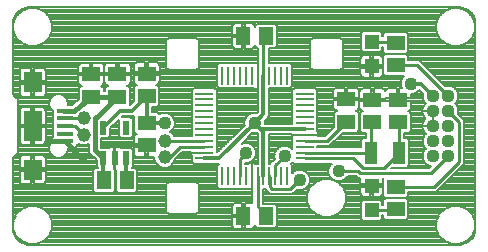
<source format=gtl>
G75*
%MOIN*%
%OFA0B0*%
%FSLAX25Y25*%
%IPPOS*%
%LPD*%
%AMOC8*
5,1,8,0,0,1.08239X$1,22.5*
%
%ADD10R,0.05906X0.04882*%
%ADD11R,0.04724X0.04724*%
%ADD12R,0.02165X0.04724*%
%ADD13R,0.04882X0.05906*%
%ADD14R,0.04331X0.07480*%
%ADD15R,0.05906X0.01102*%
%ADD16R,0.01102X0.05906*%
%ADD17C,0.04400*%
%ADD18R,0.05709X0.01575*%
%ADD19R,0.05906X0.07087*%
%ADD20R,0.05906X0.09843*%
%ADD21C,0.00800*%
%ADD22C,0.01600*%
%ADD23C,0.01200*%
%ADD24C,0.04362*%
%ADD25C,0.01000*%
%ADD26C,0.04559*%
D10*
X0059346Y0038939D03*
X0059346Y0046419D03*
X0059346Y0055412D03*
X0049625Y0055208D03*
X0040846Y0055160D03*
X0040846Y0062640D03*
X0049625Y0062688D03*
X0059346Y0062892D03*
X0125878Y0054348D03*
X0134602Y0054148D03*
X0143220Y0054202D03*
X0143220Y0046722D03*
X0134602Y0046668D03*
X0125878Y0046868D03*
X0142346Y0065660D03*
X0142346Y0073140D03*
X0142346Y0025140D03*
X0142346Y0017660D03*
D11*
X0134346Y0017266D03*
X0134346Y0025534D03*
X0134346Y0065266D03*
X0134346Y0073534D03*
D12*
X0052439Y0044878D03*
X0044958Y0044878D03*
X0044958Y0034641D03*
X0048698Y0034641D03*
X0052439Y0034641D03*
D13*
X0052651Y0027336D03*
X0045170Y0027336D03*
X0091598Y0015400D03*
X0099079Y0015400D03*
X0099087Y0075400D03*
X0091606Y0075400D03*
D14*
X0134058Y0036488D03*
X0143507Y0036488D03*
D15*
X0112079Y0036542D03*
X0112079Y0038510D03*
X0112079Y0040479D03*
X0112079Y0042447D03*
X0112079Y0044416D03*
X0112079Y0046384D03*
X0112079Y0048353D03*
X0112079Y0050321D03*
X0112079Y0052290D03*
X0112079Y0054258D03*
X0112079Y0056227D03*
X0078614Y0056227D03*
X0078614Y0054258D03*
X0078614Y0052290D03*
X0078614Y0050321D03*
X0078614Y0048353D03*
X0078614Y0046384D03*
X0078614Y0044416D03*
X0078614Y0042447D03*
X0078614Y0040479D03*
X0078614Y0038510D03*
X0078614Y0036542D03*
X0078614Y0034573D03*
X0112079Y0034573D03*
D16*
X0106173Y0028668D03*
X0104205Y0028668D03*
X0102236Y0028668D03*
X0100268Y0028668D03*
X0098299Y0028668D03*
X0096331Y0028668D03*
X0094362Y0028668D03*
X0092394Y0028668D03*
X0090425Y0028668D03*
X0088457Y0028668D03*
X0086488Y0028668D03*
X0084520Y0028668D03*
X0084520Y0062132D03*
X0086488Y0062132D03*
X0088457Y0062132D03*
X0090425Y0062132D03*
X0092394Y0062132D03*
X0094362Y0062132D03*
X0096331Y0062132D03*
X0098299Y0062132D03*
X0100268Y0062132D03*
X0102236Y0062132D03*
X0104205Y0062132D03*
X0106173Y0062132D03*
D17*
X0154846Y0055400D03*
X0159846Y0055400D03*
X0159846Y0050400D03*
X0154846Y0050400D03*
X0154846Y0045400D03*
X0159846Y0045400D03*
X0159846Y0040400D03*
X0154846Y0040400D03*
X0154846Y0035400D03*
X0159846Y0035400D03*
D18*
X0032075Y0040282D03*
X0032075Y0042841D03*
X0032075Y0045400D03*
X0032075Y0047959D03*
X0032075Y0050518D03*
D19*
X0021346Y0059908D03*
X0021346Y0030892D03*
D20*
X0021346Y0045400D03*
D21*
X0014851Y0010169D02*
X0015661Y0008213D01*
X0017159Y0006715D01*
X0019116Y0005904D01*
X0020175Y0005800D01*
X0163518Y0005800D01*
X0164577Y0005904D01*
X0166534Y0006715D01*
X0168032Y0008213D01*
X0168842Y0010169D01*
X0168946Y0011228D01*
X0168946Y0079572D01*
X0168842Y0080631D01*
X0168032Y0082587D01*
X0166534Y0084085D01*
X0164577Y0084896D01*
X0163518Y0085000D01*
X0020175Y0085000D01*
X0019116Y0084896D01*
X0017159Y0084085D01*
X0015661Y0082587D01*
X0014851Y0080631D01*
X0014746Y0079572D01*
X0014746Y0055980D01*
X0015626Y0055100D01*
X0016446Y0054280D01*
X0016446Y0036520D01*
X0014746Y0034820D01*
X0014746Y0011228D01*
X0014851Y0010169D01*
X0014978Y0009863D02*
X0015470Y0009863D01*
X0015308Y0009065D02*
X0015801Y0009065D01*
X0015921Y0008775D02*
X0017721Y0006974D01*
X0020073Y0006000D01*
X0022619Y0006000D01*
X0024972Y0006974D01*
X0026772Y0008775D01*
X0027746Y0011127D01*
X0027746Y0013673D01*
X0026772Y0016025D01*
X0024972Y0017826D01*
X0022619Y0018800D01*
X0020073Y0018800D01*
X0017721Y0017826D01*
X0015921Y0016025D01*
X0014946Y0013673D01*
X0014946Y0011127D01*
X0015921Y0008775D01*
X0015639Y0008266D02*
X0016429Y0008266D01*
X0016406Y0007468D02*
X0017228Y0007468D01*
X0017270Y0006669D02*
X0018458Y0006669D01*
X0019459Y0005870D02*
X0164234Y0005870D01*
X0163619Y0006000D02*
X0165972Y0006974D01*
X0167772Y0008775D01*
X0168746Y0011127D01*
X0168746Y0013673D01*
X0167772Y0016025D01*
X0165972Y0017826D01*
X0163619Y0018800D01*
X0161073Y0018800D01*
X0158721Y0017826D01*
X0156921Y0016025D01*
X0155946Y0013673D01*
X0155946Y0011127D01*
X0156921Y0008775D01*
X0158721Y0006974D01*
X0161073Y0006000D01*
X0163619Y0006000D01*
X0165235Y0006669D02*
X0166423Y0006669D01*
X0166465Y0007468D02*
X0167287Y0007468D01*
X0167263Y0008266D02*
X0168054Y0008266D01*
X0167892Y0009065D02*
X0168385Y0009065D01*
X0168223Y0009863D02*
X0168715Y0009863D01*
X0168554Y0010662D02*
X0168891Y0010662D01*
X0168946Y0011460D02*
X0168746Y0011460D01*
X0168746Y0012259D02*
X0168946Y0012259D01*
X0168946Y0013057D02*
X0168746Y0013057D01*
X0168671Y0013856D02*
X0168946Y0013856D01*
X0168946Y0014654D02*
X0168340Y0014654D01*
X0168009Y0015453D02*
X0168946Y0015453D01*
X0168946Y0016251D02*
X0167546Y0016251D01*
X0166748Y0017050D02*
X0168946Y0017050D01*
X0168946Y0017848D02*
X0165917Y0017848D01*
X0163990Y0018647D02*
X0168946Y0018647D01*
X0168946Y0019445D02*
X0146499Y0019445D01*
X0146499Y0018647D02*
X0160703Y0018647D01*
X0158775Y0017848D02*
X0146499Y0017848D01*
X0146499Y0017050D02*
X0157945Y0017050D01*
X0157147Y0016251D02*
X0146499Y0016251D01*
X0146499Y0015453D02*
X0156684Y0015453D01*
X0156353Y0014654D02*
X0146431Y0014654D01*
X0146499Y0014722D02*
X0146499Y0020598D01*
X0145796Y0021301D01*
X0138897Y0021301D01*
X0138194Y0020598D01*
X0138194Y0018966D01*
X0137909Y0018966D01*
X0137909Y0020125D01*
X0137206Y0020828D01*
X0131487Y0020828D01*
X0130784Y0020125D01*
X0130784Y0014407D01*
X0131487Y0013704D01*
X0137206Y0013704D01*
X0137909Y0014407D01*
X0137909Y0015566D01*
X0138194Y0015566D01*
X0138194Y0014722D01*
X0138897Y0014019D01*
X0145796Y0014019D01*
X0146499Y0014722D01*
X0138261Y0014654D02*
X0137909Y0014654D01*
X0137909Y0015453D02*
X0138194Y0015453D01*
X0137357Y0013856D02*
X0156022Y0013856D01*
X0155946Y0013057D02*
X0102720Y0013057D01*
X0102720Y0012259D02*
X0155946Y0012259D01*
X0155946Y0011460D02*
X0102229Y0011460D01*
X0102017Y0011247D02*
X0102720Y0011950D01*
X0102720Y0018850D01*
X0102017Y0019553D01*
X0098031Y0019553D01*
X0098031Y0024515D01*
X0098685Y0024515D01*
X0098685Y0024472D01*
X0099447Y0023711D01*
X0100442Y0022715D01*
X0107967Y0022715D01*
X0109389Y0024137D01*
X0109674Y0024019D01*
X0111019Y0024019D01*
X0112262Y0024534D01*
X0113213Y0025485D01*
X0113728Y0026727D01*
X0113728Y0028073D01*
X0113213Y0029315D01*
X0112262Y0030266D01*
X0111019Y0030781D01*
X0109674Y0030781D01*
X0108431Y0030266D01*
X0107924Y0029760D01*
X0107924Y0032118D01*
X0107385Y0032657D01*
X0108090Y0033361D01*
X0108629Y0032822D01*
X0115529Y0032822D01*
X0115580Y0032873D01*
X0121038Y0032873D01*
X0120480Y0032315D01*
X0119965Y0031073D01*
X0119965Y0029727D01*
X0120480Y0028485D01*
X0121431Y0027534D01*
X0122674Y0027019D01*
X0124019Y0027019D01*
X0125262Y0027534D01*
X0126213Y0028485D01*
X0126302Y0028700D01*
X0129152Y0028700D01*
X0129904Y0027948D01*
X0130584Y0027948D01*
X0130584Y0025934D01*
X0133946Y0025934D01*
X0133946Y0025134D01*
X0130584Y0025134D01*
X0130584Y0022987D01*
X0130680Y0022631D01*
X0130864Y0022312D01*
X0131125Y0022051D01*
X0131444Y0021867D01*
X0131800Y0021772D01*
X0133946Y0021772D01*
X0133946Y0025134D01*
X0134746Y0025134D01*
X0134746Y0021772D01*
X0136893Y0021772D01*
X0137249Y0021867D01*
X0137568Y0022051D01*
X0137829Y0022312D01*
X0138013Y0022631D01*
X0138109Y0022987D01*
X0138109Y0025134D01*
X0134746Y0025134D01*
X0134746Y0025934D01*
X0138109Y0025934D01*
X0138109Y0027948D01*
X0138194Y0027948D01*
X0138194Y0022202D01*
X0138897Y0021499D01*
X0145796Y0021499D01*
X0146499Y0022202D01*
X0146499Y0023440D01*
X0155791Y0023440D01*
X0164051Y0031700D01*
X0165046Y0032696D01*
X0165046Y0047554D01*
X0164051Y0048550D01*
X0163138Y0049462D01*
X0163246Y0049724D01*
X0163246Y0051076D01*
X0162729Y0052326D01*
X0162155Y0052900D01*
X0162729Y0053474D01*
X0163246Y0054724D01*
X0163246Y0056076D01*
X0162729Y0057326D01*
X0161772Y0058282D01*
X0160523Y0058800D01*
X0159170Y0058800D01*
X0158944Y0058706D01*
X0150291Y0067360D01*
X0146499Y0067360D01*
X0146499Y0068598D01*
X0145796Y0069301D01*
X0138897Y0069301D01*
X0138194Y0068598D01*
X0138194Y0062722D01*
X0138897Y0062019D01*
X0145184Y0062019D01*
X0144628Y0061463D01*
X0144113Y0060220D01*
X0144113Y0058875D01*
X0144458Y0058043D01*
X0143620Y0058043D01*
X0143620Y0054602D01*
X0142820Y0054602D01*
X0142820Y0053802D01*
X0138868Y0053802D01*
X0138868Y0053748D01*
X0135002Y0053748D01*
X0135002Y0054548D01*
X0134202Y0054548D01*
X0134202Y0053748D01*
X0130250Y0053748D01*
X0130250Y0051523D01*
X0130345Y0051167D01*
X0130529Y0050848D01*
X0130790Y0050587D01*
X0131109Y0050403D01*
X0131460Y0050309D01*
X0131153Y0050309D01*
X0130450Y0049606D01*
X0130450Y0043730D01*
X0131153Y0043027D01*
X0132358Y0043027D01*
X0132358Y0041428D01*
X0131396Y0041428D01*
X0130693Y0040725D01*
X0130693Y0038242D01*
X0116231Y0038242D01*
X0116231Y0038779D01*
X0120193Y0038779D01*
X0124641Y0043227D01*
X0129328Y0043227D01*
X0130030Y0043930D01*
X0130030Y0049806D01*
X0129328Y0050509D01*
X0129021Y0050509D01*
X0129371Y0050603D01*
X0129690Y0050787D01*
X0129951Y0051048D01*
X0130135Y0051367D01*
X0130230Y0051723D01*
X0130230Y0053948D01*
X0126278Y0053948D01*
X0126278Y0054748D01*
X0130230Y0054748D01*
X0130230Y0056973D01*
X0130135Y0057329D01*
X0129951Y0057649D01*
X0129690Y0057909D01*
X0129371Y0058094D01*
X0129015Y0058189D01*
X0126278Y0058189D01*
X0126278Y0054748D01*
X0125478Y0054748D01*
X0125478Y0058189D01*
X0122741Y0058189D01*
X0122385Y0058094D01*
X0122065Y0057909D01*
X0121805Y0057649D01*
X0121620Y0057329D01*
X0121525Y0056973D01*
X0121525Y0054748D01*
X0125478Y0054748D01*
X0125478Y0053948D01*
X0121525Y0053948D01*
X0121525Y0051723D01*
X0121620Y0051367D01*
X0121805Y0051048D01*
X0122065Y0050787D01*
X0122385Y0050603D01*
X0122735Y0050509D01*
X0122428Y0050509D01*
X0121725Y0049806D01*
X0121725Y0045119D01*
X0118784Y0042179D01*
X0116431Y0042179D01*
X0116431Y0042447D01*
X0112079Y0042447D01*
X0112079Y0042447D01*
X0116431Y0042447D01*
X0116431Y0043183D01*
X0116336Y0043539D01*
X0116231Y0043720D01*
X0116231Y0057275D01*
X0115529Y0057978D01*
X0108629Y0057978D01*
X0107926Y0057275D01*
X0107926Y0046216D01*
X0098728Y0046216D01*
X0098728Y0047073D01*
X0098680Y0047188D01*
X0099045Y0047553D01*
X0100099Y0048607D01*
X0100099Y0057980D01*
X0107221Y0057980D01*
X0107924Y0058682D01*
X0107924Y0065582D01*
X0107221Y0066285D01*
X0099999Y0066285D01*
X0099999Y0071247D01*
X0102025Y0071247D01*
X0102728Y0071950D01*
X0102728Y0078850D01*
X0102025Y0079553D01*
X0096149Y0079553D01*
X0095446Y0078850D01*
X0095446Y0078543D01*
X0095352Y0078893D01*
X0095168Y0079212D01*
X0094907Y0079473D01*
X0094588Y0079657D01*
X0094232Y0079753D01*
X0092006Y0079753D01*
X0092006Y0075800D01*
X0091206Y0075800D01*
X0091206Y0075000D01*
X0087765Y0075000D01*
X0087765Y0072263D01*
X0087861Y0071907D01*
X0088045Y0071588D01*
X0088306Y0071327D01*
X0088625Y0071143D01*
X0088981Y0071047D01*
X0091206Y0071047D01*
X0091206Y0075000D01*
X0092006Y0075000D01*
X0092006Y0071047D01*
X0094232Y0071047D01*
X0094588Y0071143D01*
X0094907Y0071327D01*
X0095168Y0071588D01*
X0095352Y0071907D01*
X0095446Y0072257D01*
X0095446Y0071950D01*
X0096149Y0071247D01*
X0096599Y0071247D01*
X0096599Y0066485D01*
X0096331Y0066485D01*
X0096331Y0062132D01*
X0096331Y0057780D01*
X0096499Y0057780D01*
X0096499Y0050098D01*
X0096134Y0049733D01*
X0096019Y0049781D01*
X0094674Y0049781D01*
X0093431Y0049266D01*
X0092480Y0048315D01*
X0091965Y0047073D01*
X0091965Y0045727D01*
X0092013Y0045612D01*
X0082967Y0036566D01*
X0082967Y0037277D01*
X0082872Y0037633D01*
X0082767Y0037814D01*
X0082767Y0057275D01*
X0082064Y0057978D01*
X0075164Y0057978D01*
X0074461Y0057275D01*
X0074461Y0042100D01*
X0068441Y0042100D01*
X0068329Y0042371D01*
X0067350Y0043350D01*
X0067084Y0043460D01*
X0067262Y0043534D01*
X0068213Y0044485D01*
X0068728Y0045727D01*
X0068728Y0047073D01*
X0068213Y0048315D01*
X0067262Y0049266D01*
X0066019Y0049781D01*
X0064674Y0049781D01*
X0063499Y0049295D01*
X0063499Y0049357D01*
X0062796Y0050060D01*
X0061146Y0050060D01*
X0061146Y0051771D01*
X0062796Y0051771D01*
X0063499Y0052474D01*
X0063499Y0058350D01*
X0062796Y0059053D01*
X0062489Y0059053D01*
X0062840Y0059147D01*
X0063159Y0059331D01*
X0063419Y0059592D01*
X0063604Y0059911D01*
X0063699Y0060267D01*
X0063699Y0062492D01*
X0059746Y0062492D01*
X0059746Y0063292D01*
X0058946Y0063292D01*
X0058946Y0062492D01*
X0054994Y0062492D01*
X0054994Y0060267D01*
X0055089Y0059911D01*
X0055273Y0059592D01*
X0055534Y0059331D01*
X0055853Y0059147D01*
X0056204Y0059053D01*
X0055897Y0059053D01*
X0055194Y0058350D01*
X0055194Y0053793D01*
X0053778Y0052377D01*
X0053778Y0058146D01*
X0053075Y0058848D01*
X0052768Y0058848D01*
X0053118Y0058942D01*
X0053437Y0059127D01*
X0053698Y0059387D01*
X0053882Y0059707D01*
X0053978Y0060063D01*
X0053978Y0062288D01*
X0050025Y0062288D01*
X0050025Y0063088D01*
X0049225Y0063088D01*
X0049225Y0066529D01*
X0046488Y0066529D01*
X0046132Y0066433D01*
X0045813Y0066249D01*
X0045552Y0065988D01*
X0045368Y0065669D01*
X0045272Y0065313D01*
X0045272Y0063088D01*
X0049225Y0063088D01*
X0049225Y0062288D01*
X0045272Y0062288D01*
X0045272Y0060063D01*
X0045368Y0059707D01*
X0045552Y0059387D01*
X0045813Y0059127D01*
X0046132Y0058942D01*
X0046482Y0058848D01*
X0046175Y0058848D01*
X0045472Y0058146D01*
X0045472Y0057160D01*
X0044999Y0057160D01*
X0044999Y0058098D01*
X0044296Y0058801D01*
X0043989Y0058801D01*
X0044340Y0058895D01*
X0044659Y0059079D01*
X0044919Y0059340D01*
X0045104Y0059659D01*
X0045199Y0060015D01*
X0045199Y0062240D01*
X0041246Y0062240D01*
X0041246Y0063040D01*
X0040446Y0063040D01*
X0040446Y0062240D01*
X0036494Y0062240D01*
X0036494Y0060015D01*
X0036589Y0059659D01*
X0036773Y0059340D01*
X0037034Y0059079D01*
X0037353Y0058895D01*
X0037704Y0058801D01*
X0037397Y0058801D01*
X0036694Y0058098D01*
X0036694Y0054333D01*
X0034488Y0052518D01*
X0033081Y0052518D01*
X0033081Y0053492D01*
X0032613Y0054621D01*
X0031749Y0055486D01*
X0030619Y0055954D01*
X0029397Y0055954D01*
X0028267Y0055486D01*
X0027403Y0054621D01*
X0026935Y0053492D01*
X0026935Y0052269D01*
X0027403Y0051139D01*
X0028020Y0050522D01*
X0028020Y0041791D01*
X0027916Y0041610D01*
X0027820Y0041254D01*
X0027820Y0040282D01*
X0028024Y0040282D01*
X0028024Y0040282D01*
X0027820Y0040282D01*
X0027820Y0040078D01*
X0027403Y0039661D01*
X0026935Y0038531D01*
X0026935Y0037308D01*
X0027403Y0036179D01*
X0028267Y0035314D01*
X0029397Y0034846D01*
X0030619Y0034846D01*
X0031749Y0035314D01*
X0032613Y0036179D01*
X0033081Y0037308D01*
X0033081Y0038094D01*
X0035113Y0038094D01*
X0035470Y0038190D01*
X0035789Y0038374D01*
X0036049Y0038635D01*
X0036234Y0038954D01*
X0036329Y0039310D01*
X0036329Y0039497D01*
X0036375Y0039450D01*
X0037654Y0038920D01*
X0039039Y0038920D01*
X0040276Y0039433D01*
X0040276Y0036496D01*
X0042676Y0034096D01*
X0042676Y0031782D01*
X0042969Y0031489D01*
X0042232Y0031489D01*
X0041529Y0030786D01*
X0041529Y0023886D01*
X0042232Y0023183D01*
X0048108Y0023183D01*
X0048811Y0023886D01*
X0048811Y0030786D01*
X0048557Y0031040D01*
X0048557Y0034500D01*
X0048840Y0034500D01*
X0048840Y0030879D01*
X0049103Y0030879D01*
X0049010Y0030786D01*
X0049010Y0023886D01*
X0049713Y0023183D01*
X0055589Y0023183D01*
X0056292Y0023886D01*
X0056292Y0030786D01*
X0055589Y0031489D01*
X0054428Y0031489D01*
X0054721Y0031782D01*
X0054721Y0037501D01*
X0054018Y0038204D01*
X0050859Y0038204D01*
X0050710Y0038055D01*
X0050641Y0038124D01*
X0050322Y0038308D01*
X0049965Y0038404D01*
X0048840Y0038404D01*
X0048840Y0034783D01*
X0048557Y0034783D01*
X0048557Y0038404D01*
X0047431Y0038404D01*
X0047075Y0038308D01*
X0046756Y0038124D01*
X0046687Y0038055D01*
X0046538Y0038204D01*
X0044276Y0038204D01*
X0044276Y0041316D01*
X0046538Y0041316D01*
X0047241Y0042019D01*
X0047241Y0044616D01*
X0050156Y0047531D01*
X0050156Y0042019D01*
X0050859Y0041316D01*
X0054018Y0041316D01*
X0054721Y0042019D01*
X0054721Y0047738D01*
X0054018Y0048441D01*
X0051066Y0048441D01*
X0051225Y0048600D01*
X0055092Y0048600D01*
X0055194Y0048702D01*
X0055194Y0043481D01*
X0055897Y0042778D01*
X0056204Y0042778D01*
X0055853Y0042685D01*
X0055534Y0042500D01*
X0055273Y0042240D01*
X0055089Y0041920D01*
X0054994Y0041564D01*
X0054994Y0039339D01*
X0058946Y0039339D01*
X0058946Y0038539D01*
X0054994Y0038539D01*
X0054994Y0036314D01*
X0055089Y0035958D01*
X0055273Y0035638D01*
X0055534Y0035378D01*
X0055853Y0035194D01*
X0056209Y0035098D01*
X0058946Y0035098D01*
X0058946Y0038539D01*
X0059746Y0038539D01*
X0059746Y0035098D01*
X0061867Y0035098D01*
X0061867Y0034349D01*
X0062397Y0033070D01*
X0063375Y0032091D01*
X0064654Y0031561D01*
X0066039Y0031561D01*
X0067317Y0032091D01*
X0068296Y0033070D01*
X0068826Y0034349D01*
X0068826Y0034475D01*
X0071161Y0036810D01*
X0074261Y0036810D01*
X0074261Y0036542D01*
X0078614Y0036542D01*
X0078614Y0036542D01*
X0074261Y0036542D01*
X0074261Y0035806D01*
X0074357Y0035450D01*
X0074461Y0035269D01*
X0074461Y0033525D01*
X0075164Y0032822D01*
X0077820Y0032822D01*
X0077869Y0032773D01*
X0083424Y0032773D01*
X0082769Y0032118D01*
X0082769Y0025218D01*
X0083471Y0024515D01*
X0093089Y0024515D01*
X0093271Y0024410D01*
X0093627Y0024315D01*
X0094362Y0024315D01*
X0094362Y0028668D01*
X0094362Y0033020D01*
X0094362Y0033020D01*
X0093627Y0033020D01*
X0093271Y0032925D01*
X0093089Y0032820D01*
X0092125Y0032820D01*
X0092125Y0033019D01*
X0093019Y0033019D01*
X0094262Y0033534D01*
X0095213Y0034485D01*
X0095728Y0035727D01*
X0095728Y0037073D01*
X0095213Y0038315D01*
X0094262Y0039266D01*
X0093019Y0039781D01*
X0091674Y0039781D01*
X0090990Y0039498D01*
X0094559Y0043067D01*
X0094674Y0043019D01*
X0096019Y0043019D01*
X0096134Y0043067D01*
X0096499Y0042702D01*
X0096499Y0032820D01*
X0095635Y0032820D01*
X0095454Y0032925D01*
X0095098Y0033020D01*
X0094362Y0033020D01*
X0094362Y0028668D01*
X0094362Y0028668D01*
X0094362Y0028668D01*
X0094362Y0024315D01*
X0094631Y0024315D01*
X0094631Y0019628D01*
X0094580Y0019657D01*
X0094224Y0019753D01*
X0091998Y0019753D01*
X0091998Y0015800D01*
X0091198Y0015800D01*
X0091198Y0015000D01*
X0087757Y0015000D01*
X0087757Y0012263D01*
X0087853Y0011907D01*
X0088037Y0011588D01*
X0088298Y0011327D01*
X0088617Y0011143D01*
X0088973Y0011047D01*
X0091198Y0011047D01*
X0091198Y0015000D01*
X0091998Y0015000D01*
X0091998Y0011047D01*
X0094224Y0011047D01*
X0094580Y0011143D01*
X0094899Y0011327D01*
X0095160Y0011588D01*
X0095344Y0011907D01*
X0095438Y0012257D01*
X0095438Y0011950D01*
X0096141Y0011247D01*
X0102017Y0011247D01*
X0102720Y0013856D02*
X0131336Y0013856D01*
X0130784Y0014654D02*
X0102720Y0014654D01*
X0102720Y0015453D02*
X0116981Y0015453D01*
X0118073Y0015000D02*
X0115721Y0015974D01*
X0113921Y0017775D01*
X0112946Y0020127D01*
X0112946Y0022673D01*
X0113921Y0025025D01*
X0115721Y0026826D01*
X0118073Y0027800D01*
X0120619Y0027800D01*
X0122972Y0026826D01*
X0124772Y0025025D01*
X0125746Y0022673D01*
X0125746Y0020127D01*
X0124772Y0017775D01*
X0122972Y0015974D01*
X0120619Y0015000D01*
X0118073Y0015000D01*
X0121712Y0015453D02*
X0130784Y0015453D01*
X0130784Y0016251D02*
X0123249Y0016251D01*
X0124047Y0017050D02*
X0130784Y0017050D01*
X0130784Y0017848D02*
X0124803Y0017848D01*
X0125133Y0018647D02*
X0130784Y0018647D01*
X0130784Y0019445D02*
X0125464Y0019445D01*
X0125746Y0020244D02*
X0130903Y0020244D01*
X0131542Y0021841D02*
X0125746Y0021841D01*
X0125746Y0022639D02*
X0130678Y0022639D01*
X0130584Y0023438D02*
X0125430Y0023438D01*
X0125099Y0024236D02*
X0130584Y0024236D01*
X0130584Y0025035D02*
X0124763Y0025035D01*
X0123964Y0025833D02*
X0133946Y0025833D01*
X0133946Y0025035D02*
X0134746Y0025035D01*
X0134746Y0025833D02*
X0138194Y0025833D01*
X0138194Y0025035D02*
X0138109Y0025035D01*
X0138109Y0024236D02*
X0138194Y0024236D01*
X0138194Y0023438D02*
X0138109Y0023438D01*
X0138194Y0022639D02*
X0138015Y0022639D01*
X0138555Y0021841D02*
X0137151Y0021841D01*
X0138638Y0021042D02*
X0125746Y0021042D01*
X0123166Y0026632D02*
X0130584Y0026632D01*
X0130584Y0027430D02*
X0125012Y0027430D01*
X0125957Y0028229D02*
X0129623Y0028229D01*
X0133946Y0024236D02*
X0134746Y0024236D01*
X0134746Y0023438D02*
X0133946Y0023438D01*
X0133946Y0022639D02*
X0134746Y0022639D01*
X0134746Y0021841D02*
X0133946Y0021841D01*
X0137790Y0020244D02*
X0138194Y0020244D01*
X0138194Y0019445D02*
X0137909Y0019445D01*
X0146055Y0021042D02*
X0168946Y0021042D01*
X0168946Y0020244D02*
X0146499Y0020244D01*
X0146138Y0021841D02*
X0168946Y0021841D01*
X0168946Y0022639D02*
X0146499Y0022639D01*
X0146499Y0023438D02*
X0168946Y0023438D01*
X0168946Y0024236D02*
X0156587Y0024236D01*
X0157385Y0025035D02*
X0168946Y0025035D01*
X0168946Y0025833D02*
X0158184Y0025833D01*
X0158982Y0026632D02*
X0168946Y0026632D01*
X0168946Y0027430D02*
X0159781Y0027430D01*
X0160579Y0028229D02*
X0168946Y0028229D01*
X0168946Y0029027D02*
X0161378Y0029027D01*
X0162176Y0029826D02*
X0168946Y0029826D01*
X0168946Y0030624D02*
X0162975Y0030624D01*
X0163773Y0031423D02*
X0168946Y0031423D01*
X0168946Y0032221D02*
X0164572Y0032221D01*
X0165046Y0033020D02*
X0168946Y0033020D01*
X0168946Y0033818D02*
X0165046Y0033818D01*
X0165046Y0034617D02*
X0168946Y0034617D01*
X0168946Y0035415D02*
X0165046Y0035415D01*
X0165046Y0036214D02*
X0168946Y0036214D01*
X0168946Y0037012D02*
X0165046Y0037012D01*
X0165046Y0037811D02*
X0168946Y0037811D01*
X0168946Y0038609D02*
X0165046Y0038609D01*
X0165046Y0039408D02*
X0168946Y0039408D01*
X0168946Y0040206D02*
X0165046Y0040206D01*
X0165046Y0041005D02*
X0168946Y0041005D01*
X0168946Y0041803D02*
X0165046Y0041803D01*
X0165046Y0042602D02*
X0168946Y0042602D01*
X0168946Y0043401D02*
X0165046Y0043401D01*
X0165046Y0044199D02*
X0168946Y0044199D01*
X0168946Y0044998D02*
X0165046Y0044998D01*
X0165046Y0045796D02*
X0168946Y0045796D01*
X0168946Y0046595D02*
X0165046Y0046595D01*
X0165046Y0047393D02*
X0168946Y0047393D01*
X0168946Y0048192D02*
X0164409Y0048192D01*
X0163610Y0048990D02*
X0168946Y0048990D01*
X0168946Y0049789D02*
X0163246Y0049789D01*
X0163246Y0050587D02*
X0168946Y0050587D01*
X0168946Y0051386D02*
X0163118Y0051386D01*
X0162788Y0052184D02*
X0168946Y0052184D01*
X0168946Y0052983D02*
X0162237Y0052983D01*
X0162856Y0053781D02*
X0168946Y0053781D01*
X0168946Y0054580D02*
X0163187Y0054580D01*
X0163246Y0055378D02*
X0168946Y0055378D01*
X0168946Y0056177D02*
X0163205Y0056177D01*
X0162874Y0056975D02*
X0168946Y0056975D01*
X0168946Y0057774D02*
X0162281Y0057774D01*
X0161073Y0058572D02*
X0168946Y0058572D01*
X0168946Y0059371D02*
X0158280Y0059371D01*
X0157481Y0060169D02*
X0168946Y0060169D01*
X0168946Y0060968D02*
X0156683Y0060968D01*
X0155884Y0061766D02*
X0168946Y0061766D01*
X0168946Y0062565D02*
X0155086Y0062565D01*
X0154287Y0063363D02*
X0168946Y0063363D01*
X0168946Y0064162D02*
X0153489Y0064162D01*
X0152690Y0064960D02*
X0168946Y0064960D01*
X0168946Y0065759D02*
X0151892Y0065759D01*
X0151093Y0066557D02*
X0168946Y0066557D01*
X0168946Y0067356D02*
X0150295Y0067356D01*
X0146499Y0068154D02*
X0168946Y0068154D01*
X0168946Y0068953D02*
X0146144Y0068953D01*
X0145796Y0069499D02*
X0146499Y0070202D01*
X0146499Y0076078D01*
X0145796Y0076781D01*
X0138897Y0076781D01*
X0138194Y0076078D01*
X0138194Y0075234D01*
X0137909Y0075234D01*
X0137909Y0076393D01*
X0137206Y0077096D01*
X0131487Y0077096D01*
X0130784Y0076393D01*
X0130784Y0070675D01*
X0131487Y0069972D01*
X0137206Y0069972D01*
X0137909Y0070675D01*
X0137909Y0071834D01*
X0138194Y0071834D01*
X0138194Y0070202D01*
X0138897Y0069499D01*
X0145796Y0069499D01*
X0146048Y0069751D02*
X0168946Y0069751D01*
X0168946Y0070550D02*
X0146499Y0070550D01*
X0146499Y0071348D02*
X0168946Y0071348D01*
X0168946Y0072147D02*
X0163974Y0072147D01*
X0163619Y0072000D02*
X0165972Y0072974D01*
X0167772Y0074775D01*
X0168746Y0077127D01*
X0168746Y0079673D01*
X0167772Y0082025D01*
X0165972Y0083826D01*
X0163619Y0084800D01*
X0161073Y0084800D01*
X0158721Y0083826D01*
X0156921Y0082025D01*
X0155946Y0079673D01*
X0155946Y0077127D01*
X0156921Y0074775D01*
X0158721Y0072974D01*
X0161073Y0072000D01*
X0163619Y0072000D01*
X0165902Y0072945D02*
X0168946Y0072945D01*
X0168946Y0073744D02*
X0166741Y0073744D01*
X0167540Y0074542D02*
X0168946Y0074542D01*
X0168946Y0075341D02*
X0168007Y0075341D01*
X0168337Y0076139D02*
X0168946Y0076139D01*
X0168946Y0076938D02*
X0168668Y0076938D01*
X0168746Y0077737D02*
X0168946Y0077737D01*
X0168946Y0078535D02*
X0168746Y0078535D01*
X0168746Y0079334D02*
X0168946Y0079334D01*
X0168891Y0080132D02*
X0168556Y0080132D01*
X0168718Y0080931D02*
X0168226Y0080931D01*
X0168387Y0081729D02*
X0167895Y0081729D01*
X0168056Y0082528D02*
X0167270Y0082528D01*
X0167293Y0083326D02*
X0166471Y0083326D01*
X0166439Y0084125D02*
X0165250Y0084125D01*
X0164299Y0084923D02*
X0019394Y0084923D01*
X0020073Y0084800D02*
X0017721Y0083826D01*
X0015921Y0082025D01*
X0014946Y0079673D01*
X0014946Y0077127D01*
X0015921Y0074775D01*
X0017721Y0072974D01*
X0020073Y0072000D01*
X0022619Y0072000D01*
X0024972Y0072974D01*
X0026772Y0074775D01*
X0027746Y0077127D01*
X0027746Y0079673D01*
X0026772Y0082025D01*
X0024972Y0083826D01*
X0022619Y0084800D01*
X0020073Y0084800D01*
X0018443Y0084125D02*
X0017254Y0084125D01*
X0017222Y0083326D02*
X0016400Y0083326D01*
X0016423Y0082528D02*
X0015636Y0082528D01*
X0015798Y0081729D02*
X0015306Y0081729D01*
X0015467Y0080931D02*
X0014975Y0080931D01*
X0015137Y0080132D02*
X0014802Y0080132D01*
X0014746Y0079334D02*
X0014946Y0079334D01*
X0014946Y0078535D02*
X0014746Y0078535D01*
X0014746Y0077737D02*
X0014946Y0077737D01*
X0015025Y0076938D02*
X0014746Y0076938D01*
X0014746Y0076139D02*
X0015355Y0076139D01*
X0015686Y0075341D02*
X0014746Y0075341D01*
X0014746Y0074542D02*
X0016153Y0074542D01*
X0016952Y0073744D02*
X0014746Y0073744D01*
X0014746Y0072945D02*
X0017791Y0072945D01*
X0019719Y0072147D02*
X0014746Y0072147D01*
X0014746Y0071348D02*
X0065946Y0071348D01*
X0065946Y0070550D02*
X0014746Y0070550D01*
X0014746Y0069751D02*
X0065946Y0069751D01*
X0065946Y0068953D02*
X0014746Y0068953D01*
X0014746Y0068154D02*
X0065946Y0068154D01*
X0065946Y0067356D02*
X0014746Y0067356D01*
X0014746Y0066557D02*
X0055714Y0066557D01*
X0055853Y0066638D02*
X0055534Y0066454D01*
X0055273Y0066193D01*
X0055089Y0065874D01*
X0054994Y0065518D01*
X0054994Y0063292D01*
X0058946Y0063292D01*
X0058946Y0066733D01*
X0056209Y0066733D01*
X0055853Y0066638D01*
X0055058Y0065759D02*
X0053831Y0065759D01*
X0053882Y0065669D02*
X0053698Y0065988D01*
X0053437Y0066249D01*
X0053118Y0066433D01*
X0052762Y0066529D01*
X0050025Y0066529D01*
X0050025Y0063088D01*
X0053978Y0063088D01*
X0053978Y0065313D01*
X0053882Y0065669D01*
X0053978Y0064960D02*
X0054994Y0064960D01*
X0054994Y0064162D02*
X0053978Y0064162D01*
X0053978Y0063363D02*
X0054994Y0063363D01*
X0054994Y0061766D02*
X0053978Y0061766D01*
X0053978Y0060968D02*
X0054994Y0060968D01*
X0055020Y0060169D02*
X0053978Y0060169D01*
X0053681Y0059371D02*
X0055495Y0059371D01*
X0055416Y0058572D02*
X0053351Y0058572D01*
X0053778Y0057774D02*
X0055194Y0057774D01*
X0055194Y0056975D02*
X0053778Y0056975D01*
X0053778Y0056177D02*
X0055194Y0056177D01*
X0055194Y0055378D02*
X0053778Y0055378D01*
X0053778Y0054580D02*
X0055194Y0054580D01*
X0055182Y0053781D02*
X0053778Y0053781D01*
X0053778Y0052983D02*
X0054384Y0052983D01*
X0061146Y0051386D02*
X0074461Y0051386D01*
X0074461Y0052184D02*
X0063209Y0052184D01*
X0063499Y0052983D02*
X0074461Y0052983D01*
X0074461Y0053781D02*
X0063499Y0053781D01*
X0063499Y0054580D02*
X0074461Y0054580D01*
X0074461Y0055378D02*
X0063499Y0055378D01*
X0063499Y0056177D02*
X0074461Y0056177D01*
X0074461Y0056975D02*
X0063499Y0056975D01*
X0063499Y0057774D02*
X0074960Y0057774D01*
X0082268Y0057774D02*
X0096499Y0057774D01*
X0096331Y0057780D02*
X0096331Y0062132D01*
X0096331Y0062132D01*
X0096331Y0062132D01*
X0096331Y0066485D01*
X0095595Y0066485D01*
X0095239Y0066390D01*
X0095058Y0066285D01*
X0083471Y0066285D01*
X0082769Y0065582D01*
X0082769Y0058682D01*
X0083471Y0057980D01*
X0095058Y0057980D01*
X0095239Y0057875D01*
X0095595Y0057780D01*
X0096331Y0057780D01*
X0096331Y0058572D02*
X0096331Y0058572D01*
X0096331Y0059371D02*
X0096331Y0059371D01*
X0096331Y0060169D02*
X0096331Y0060169D01*
X0096331Y0060968D02*
X0096331Y0060968D01*
X0096331Y0061766D02*
X0096331Y0061766D01*
X0096331Y0062565D02*
X0096331Y0062565D01*
X0096331Y0063363D02*
X0096331Y0063363D01*
X0096331Y0064162D02*
X0096331Y0064162D01*
X0096331Y0064960D02*
X0096331Y0064960D01*
X0096331Y0065759D02*
X0096331Y0065759D01*
X0096599Y0066557D02*
X0076746Y0066557D01*
X0076746Y0065759D02*
X0082945Y0065759D01*
X0082769Y0064960D02*
X0076746Y0064960D01*
X0076746Y0064820D02*
X0076746Y0073980D01*
X0075926Y0074800D01*
X0066767Y0074800D01*
X0065946Y0073980D01*
X0065946Y0072820D01*
X0065946Y0065980D01*
X0065946Y0064820D01*
X0066767Y0064000D01*
X0075926Y0064000D01*
X0076746Y0064820D01*
X0076088Y0064162D02*
X0082769Y0064162D01*
X0082769Y0063363D02*
X0063699Y0063363D01*
X0063699Y0063292D02*
X0063699Y0065518D01*
X0063604Y0065874D01*
X0063419Y0066193D01*
X0063159Y0066454D01*
X0062840Y0066638D01*
X0062484Y0066733D01*
X0059746Y0066733D01*
X0059746Y0063292D01*
X0063699Y0063292D01*
X0063699Y0064162D02*
X0066605Y0064162D01*
X0065946Y0064960D02*
X0063699Y0064960D01*
X0063635Y0065759D02*
X0065946Y0065759D01*
X0065946Y0066557D02*
X0062979Y0066557D01*
X0059746Y0066557D02*
X0058946Y0066557D01*
X0058946Y0065759D02*
X0059746Y0065759D01*
X0059746Y0064960D02*
X0058946Y0064960D01*
X0058946Y0064162D02*
X0059746Y0064162D01*
X0059746Y0063363D02*
X0058946Y0063363D01*
X0058946Y0062565D02*
X0050025Y0062565D01*
X0050025Y0063363D02*
X0049225Y0063363D01*
X0049225Y0062565D02*
X0041246Y0062565D01*
X0041246Y0063040D02*
X0045199Y0063040D01*
X0045199Y0065265D01*
X0045104Y0065621D01*
X0044919Y0065941D01*
X0044659Y0066201D01*
X0044340Y0066386D01*
X0043984Y0066481D01*
X0041246Y0066481D01*
X0041246Y0063040D01*
X0041246Y0063363D02*
X0040446Y0063363D01*
X0040446Y0063040D02*
X0040446Y0066481D01*
X0037709Y0066481D01*
X0037353Y0066386D01*
X0037034Y0066201D01*
X0036773Y0065941D01*
X0036589Y0065621D01*
X0036494Y0065265D01*
X0036494Y0063040D01*
X0040446Y0063040D01*
X0040446Y0062565D02*
X0025699Y0062565D01*
X0025699Y0063363D02*
X0036494Y0063363D01*
X0036494Y0064162D02*
X0025505Y0064162D01*
X0025419Y0064311D02*
X0025604Y0063992D01*
X0025699Y0063635D01*
X0025699Y0060308D01*
X0021746Y0060308D01*
X0020946Y0060308D01*
X0020946Y0059508D01*
X0016994Y0059508D01*
X0016994Y0056180D01*
X0017089Y0055824D01*
X0017273Y0055505D01*
X0017534Y0055244D01*
X0017853Y0055060D01*
X0018209Y0054965D01*
X0020946Y0054965D01*
X0020946Y0059508D01*
X0021746Y0059508D01*
X0021746Y0054965D01*
X0024484Y0054965D01*
X0024840Y0055060D01*
X0025159Y0055244D01*
X0025419Y0055505D01*
X0025604Y0055824D01*
X0025699Y0056180D01*
X0025699Y0059508D01*
X0021746Y0059508D01*
X0021746Y0060308D01*
X0021746Y0064851D01*
X0024484Y0064851D01*
X0024840Y0064756D01*
X0025159Y0064571D01*
X0025419Y0064311D01*
X0021746Y0064162D02*
X0020946Y0064162D01*
X0020946Y0064851D02*
X0018209Y0064851D01*
X0017853Y0064756D01*
X0017534Y0064571D01*
X0017273Y0064311D01*
X0017089Y0063992D01*
X0016994Y0063635D01*
X0016994Y0060308D01*
X0020946Y0060308D01*
X0020946Y0064851D01*
X0020946Y0063363D02*
X0021746Y0063363D01*
X0021746Y0062565D02*
X0020946Y0062565D01*
X0020946Y0061766D02*
X0021746Y0061766D01*
X0021746Y0060968D02*
X0020946Y0060968D01*
X0020946Y0060169D02*
X0014746Y0060169D01*
X0014746Y0059371D02*
X0016994Y0059371D01*
X0016994Y0058572D02*
X0014746Y0058572D01*
X0014746Y0057774D02*
X0016994Y0057774D01*
X0016994Y0056975D02*
X0014746Y0056975D01*
X0014746Y0056177D02*
X0016995Y0056177D01*
X0017400Y0055378D02*
X0015348Y0055378D01*
X0016147Y0054580D02*
X0027385Y0054580D01*
X0027055Y0053781D02*
X0016446Y0053781D01*
X0016446Y0052983D02*
X0026935Y0052983D01*
X0026970Y0052184D02*
X0016446Y0052184D01*
X0016446Y0051386D02*
X0017478Y0051386D01*
X0017534Y0051442D02*
X0017273Y0051181D01*
X0017089Y0050862D01*
X0016994Y0050506D01*
X0016994Y0045800D01*
X0020946Y0045800D01*
X0020946Y0045000D01*
X0016994Y0045000D01*
X0016994Y0040294D01*
X0017089Y0039938D01*
X0017273Y0039619D01*
X0017534Y0039358D01*
X0017853Y0039174D01*
X0018209Y0039079D01*
X0020946Y0039079D01*
X0020946Y0045000D01*
X0021746Y0045000D01*
X0021746Y0039079D01*
X0024484Y0039079D01*
X0024840Y0039174D01*
X0025159Y0039358D01*
X0025419Y0039619D01*
X0025604Y0039938D01*
X0025699Y0040294D01*
X0025699Y0045000D01*
X0021746Y0045000D01*
X0021746Y0045800D01*
X0020946Y0045800D01*
X0020946Y0051721D01*
X0018209Y0051721D01*
X0017853Y0051626D01*
X0017534Y0051442D01*
X0017016Y0050587D02*
X0016446Y0050587D01*
X0016446Y0049789D02*
X0016994Y0049789D01*
X0016994Y0048990D02*
X0016446Y0048990D01*
X0016446Y0048192D02*
X0016994Y0048192D01*
X0016994Y0047393D02*
X0016446Y0047393D01*
X0016446Y0046595D02*
X0016994Y0046595D01*
X0016446Y0045796D02*
X0020946Y0045796D01*
X0020946Y0044998D02*
X0021746Y0044998D01*
X0021746Y0045796D02*
X0028020Y0045796D01*
X0028020Y0044998D02*
X0025699Y0044998D01*
X0025699Y0044199D02*
X0028020Y0044199D01*
X0028020Y0043401D02*
X0025699Y0043401D01*
X0025699Y0042602D02*
X0028020Y0042602D01*
X0028020Y0041803D02*
X0025699Y0041803D01*
X0025699Y0041005D02*
X0027820Y0041005D01*
X0027820Y0040206D02*
X0025676Y0040206D01*
X0025208Y0039408D02*
X0027298Y0039408D01*
X0026967Y0038609D02*
X0016446Y0038609D01*
X0016446Y0037811D02*
X0026935Y0037811D01*
X0027057Y0037012D02*
X0016446Y0037012D01*
X0016140Y0036214D02*
X0027388Y0036214D01*
X0028166Y0035415D02*
X0025299Y0035415D01*
X0025419Y0035295D02*
X0025159Y0035556D01*
X0024840Y0035740D01*
X0024484Y0035835D01*
X0021746Y0035835D01*
X0021746Y0031292D01*
X0020946Y0031292D01*
X0020946Y0030492D01*
X0016994Y0030492D01*
X0016994Y0027164D01*
X0017089Y0026808D01*
X0017273Y0026489D01*
X0017534Y0026229D01*
X0017853Y0026044D01*
X0018209Y0025949D01*
X0020946Y0025949D01*
X0020946Y0030492D01*
X0021746Y0030492D01*
X0021746Y0025949D01*
X0024484Y0025949D01*
X0024840Y0026044D01*
X0025159Y0026229D01*
X0025419Y0026489D01*
X0025604Y0026808D01*
X0025699Y0027164D01*
X0025699Y0030492D01*
X0021746Y0030492D01*
X0021746Y0031292D01*
X0025699Y0031292D01*
X0025699Y0034620D01*
X0025604Y0034976D01*
X0025419Y0035295D01*
X0025699Y0034617D02*
X0042154Y0034617D01*
X0042676Y0033818D02*
X0025699Y0033818D01*
X0025699Y0033020D02*
X0042676Y0033020D01*
X0042676Y0032221D02*
X0025699Y0032221D01*
X0025699Y0031423D02*
X0042166Y0031423D01*
X0041529Y0030624D02*
X0021746Y0030624D01*
X0021746Y0029826D02*
X0020946Y0029826D01*
X0020946Y0030624D02*
X0014746Y0030624D01*
X0014746Y0029826D02*
X0016994Y0029826D01*
X0016994Y0029027D02*
X0014746Y0029027D01*
X0014746Y0028229D02*
X0016994Y0028229D01*
X0016994Y0027430D02*
X0014746Y0027430D01*
X0014746Y0026632D02*
X0017191Y0026632D01*
X0020946Y0026632D02*
X0021746Y0026632D01*
X0021746Y0027430D02*
X0020946Y0027430D01*
X0020946Y0028229D02*
X0021746Y0028229D01*
X0021746Y0029027D02*
X0020946Y0029027D01*
X0020946Y0031292D02*
X0016994Y0031292D01*
X0016994Y0034620D01*
X0017089Y0034976D01*
X0017273Y0035295D01*
X0017534Y0035556D01*
X0017853Y0035740D01*
X0018209Y0035835D01*
X0020946Y0035835D01*
X0020946Y0031292D01*
X0020946Y0031423D02*
X0021746Y0031423D01*
X0021746Y0032221D02*
X0020946Y0032221D01*
X0020946Y0033020D02*
X0021746Y0033020D01*
X0021746Y0033818D02*
X0020946Y0033818D01*
X0020946Y0034617D02*
X0021746Y0034617D01*
X0021746Y0035415D02*
X0020946Y0035415D01*
X0017394Y0035415D02*
X0015342Y0035415D01*
X0014746Y0034617D02*
X0016994Y0034617D01*
X0016994Y0033818D02*
X0014746Y0033818D01*
X0014746Y0033020D02*
X0016994Y0033020D01*
X0016994Y0032221D02*
X0014746Y0032221D01*
X0014746Y0031423D02*
X0016994Y0031423D01*
X0014746Y0025833D02*
X0041529Y0025833D01*
X0041529Y0025035D02*
X0014746Y0025035D01*
X0014746Y0024236D02*
X0041529Y0024236D01*
X0041978Y0023438D02*
X0014746Y0023438D01*
X0014746Y0022639D02*
X0065946Y0022639D01*
X0065946Y0021841D02*
X0014746Y0021841D01*
X0014746Y0021042D02*
X0065946Y0021042D01*
X0065946Y0020244D02*
X0014746Y0020244D01*
X0014746Y0019445D02*
X0065946Y0019445D01*
X0065946Y0018647D02*
X0022990Y0018647D01*
X0024917Y0017848D02*
X0065946Y0017848D01*
X0065946Y0017980D02*
X0065946Y0024820D01*
X0065946Y0025980D01*
X0066767Y0026800D01*
X0075926Y0026800D01*
X0076746Y0025980D01*
X0076746Y0016820D01*
X0075926Y0016000D01*
X0066767Y0016000D01*
X0065946Y0016820D01*
X0065946Y0017980D01*
X0065946Y0017050D02*
X0025748Y0017050D01*
X0026546Y0016251D02*
X0066515Y0016251D01*
X0076177Y0016251D02*
X0087757Y0016251D01*
X0087757Y0015800D02*
X0091198Y0015800D01*
X0091198Y0019753D01*
X0088973Y0019753D01*
X0088617Y0019657D01*
X0088298Y0019473D01*
X0088037Y0019212D01*
X0087853Y0018893D01*
X0087757Y0018537D01*
X0087757Y0015800D01*
X0087757Y0014654D02*
X0027340Y0014654D01*
X0027671Y0013856D02*
X0087757Y0013856D01*
X0087757Y0013057D02*
X0027746Y0013057D01*
X0027746Y0012259D02*
X0087759Y0012259D01*
X0088165Y0011460D02*
X0027746Y0011460D01*
X0027554Y0010662D02*
X0156139Y0010662D01*
X0156470Y0009863D02*
X0027223Y0009863D01*
X0026892Y0009065D02*
X0156801Y0009065D01*
X0157429Y0008266D02*
X0026263Y0008266D01*
X0025465Y0007468D02*
X0158228Y0007468D01*
X0159458Y0006669D02*
X0024235Y0006669D01*
X0015139Y0010662D02*
X0014802Y0010662D01*
X0014746Y0011460D02*
X0014946Y0011460D01*
X0014946Y0012259D02*
X0014746Y0012259D01*
X0014746Y0013057D02*
X0014946Y0013057D01*
X0015022Y0013856D02*
X0014746Y0013856D01*
X0014746Y0014654D02*
X0015353Y0014654D01*
X0015684Y0015453D02*
X0014746Y0015453D01*
X0014746Y0016251D02*
X0016147Y0016251D01*
X0016945Y0017050D02*
X0014746Y0017050D01*
X0014746Y0017848D02*
X0017775Y0017848D01*
X0019703Y0018647D02*
X0014746Y0018647D01*
X0027009Y0015453D02*
X0091198Y0015453D01*
X0091198Y0016251D02*
X0091998Y0016251D01*
X0091998Y0017050D02*
X0091198Y0017050D01*
X0091198Y0017848D02*
X0091998Y0017848D01*
X0091998Y0018647D02*
X0091198Y0018647D01*
X0091198Y0019445D02*
X0091998Y0019445D01*
X0088270Y0019445D02*
X0076746Y0019445D01*
X0076746Y0018647D02*
X0087787Y0018647D01*
X0087757Y0017848D02*
X0076746Y0017848D01*
X0076746Y0017050D02*
X0087757Y0017050D01*
X0091198Y0014654D02*
X0091998Y0014654D01*
X0091998Y0013856D02*
X0091198Y0013856D01*
X0091198Y0013057D02*
X0091998Y0013057D01*
X0091998Y0012259D02*
X0091198Y0012259D01*
X0091198Y0011460D02*
X0091998Y0011460D01*
X0095032Y0011460D02*
X0095928Y0011460D01*
X0102720Y0016251D02*
X0115444Y0016251D01*
X0114646Y0017050D02*
X0102720Y0017050D01*
X0102720Y0017848D02*
X0113890Y0017848D01*
X0113560Y0018647D02*
X0102720Y0018647D01*
X0102124Y0019445D02*
X0113229Y0019445D01*
X0112946Y0020244D02*
X0098031Y0020244D01*
X0098031Y0021042D02*
X0112946Y0021042D01*
X0112946Y0021841D02*
X0098031Y0021841D01*
X0098031Y0022639D02*
X0112946Y0022639D01*
X0113263Y0023438D02*
X0108690Y0023438D01*
X0111544Y0024236D02*
X0113594Y0024236D01*
X0113930Y0025035D02*
X0112763Y0025035D01*
X0113357Y0025833D02*
X0114729Y0025833D01*
X0115527Y0026632D02*
X0113688Y0026632D01*
X0113728Y0027430D02*
X0117181Y0027430D01*
X0113663Y0028229D02*
X0120736Y0028229D01*
X0120255Y0029027D02*
X0113332Y0029027D01*
X0112702Y0029826D02*
X0119965Y0029826D01*
X0119965Y0030624D02*
X0111397Y0030624D01*
X0109295Y0030624D02*
X0107924Y0030624D01*
X0107924Y0029826D02*
X0107991Y0029826D01*
X0107924Y0031423D02*
X0120110Y0031423D01*
X0120441Y0032221D02*
X0107821Y0032221D01*
X0107748Y0033020D02*
X0108431Y0033020D01*
X0102055Y0034512D02*
X0100536Y0032994D01*
X0100536Y0032820D01*
X0100099Y0032820D01*
X0100099Y0042616D01*
X0107726Y0042616D01*
X0107726Y0042447D01*
X0107726Y0041712D01*
X0107821Y0041356D01*
X0107926Y0041175D01*
X0107926Y0037602D01*
X0107262Y0038266D01*
X0106019Y0038781D01*
X0104674Y0038781D01*
X0103431Y0038266D01*
X0102480Y0037315D01*
X0101965Y0036073D01*
X0101965Y0034727D01*
X0102055Y0034512D01*
X0102011Y0034617D02*
X0100099Y0034617D01*
X0100099Y0035415D02*
X0101965Y0035415D01*
X0102024Y0036214D02*
X0100099Y0036214D01*
X0100099Y0037012D02*
X0102355Y0037012D01*
X0102976Y0037811D02*
X0100099Y0037811D01*
X0100099Y0038609D02*
X0104260Y0038609D01*
X0106433Y0038609D02*
X0107926Y0038609D01*
X0107926Y0037811D02*
X0107717Y0037811D01*
X0107926Y0039408D02*
X0100099Y0039408D01*
X0100099Y0040206D02*
X0107926Y0040206D01*
X0107926Y0041005D02*
X0100099Y0041005D01*
X0100099Y0041803D02*
X0107726Y0041803D01*
X0107726Y0042447D02*
X0112079Y0042447D01*
X0112079Y0042447D01*
X0107726Y0042447D01*
X0107726Y0042602D02*
X0100099Y0042602D01*
X0096499Y0042602D02*
X0094094Y0042602D01*
X0093296Y0041803D02*
X0096499Y0041803D01*
X0096499Y0041005D02*
X0092497Y0041005D01*
X0091698Y0040206D02*
X0096499Y0040206D01*
X0096499Y0039408D02*
X0093920Y0039408D01*
X0094919Y0038609D02*
X0096499Y0038609D01*
X0096499Y0037811D02*
X0095422Y0037811D01*
X0095728Y0037012D02*
X0096499Y0037012D01*
X0096499Y0036214D02*
X0095728Y0036214D01*
X0095598Y0035415D02*
X0096499Y0035415D01*
X0096499Y0034617D02*
X0095268Y0034617D01*
X0094546Y0033818D02*
X0096499Y0033818D01*
X0096499Y0033020D02*
X0095100Y0033020D01*
X0094362Y0032221D02*
X0094362Y0032221D01*
X0094362Y0031423D02*
X0094362Y0031423D01*
X0094362Y0030624D02*
X0094362Y0030624D01*
X0094362Y0029826D02*
X0094362Y0029826D01*
X0094362Y0029027D02*
X0094362Y0029027D01*
X0094362Y0028229D02*
X0094362Y0028229D01*
X0094362Y0027430D02*
X0094362Y0027430D01*
X0094362Y0026632D02*
X0094362Y0026632D01*
X0094362Y0025833D02*
X0094362Y0025833D01*
X0094362Y0025035D02*
X0094362Y0025035D01*
X0094631Y0024236D02*
X0076746Y0024236D01*
X0076746Y0023438D02*
X0094631Y0023438D01*
X0094631Y0022639D02*
X0076746Y0022639D01*
X0076746Y0021841D02*
X0094631Y0021841D01*
X0094631Y0021042D02*
X0076746Y0021042D01*
X0076746Y0020244D02*
X0094631Y0020244D01*
X0098031Y0023438D02*
X0099720Y0023438D01*
X0098921Y0024236D02*
X0098031Y0024236D01*
X0082952Y0025035D02*
X0076746Y0025035D01*
X0076746Y0025833D02*
X0082769Y0025833D01*
X0082769Y0026632D02*
X0076095Y0026632D01*
X0082769Y0027430D02*
X0056292Y0027430D01*
X0056292Y0026632D02*
X0066598Y0026632D01*
X0065946Y0025833D02*
X0056292Y0025833D01*
X0056292Y0025035D02*
X0065946Y0025035D01*
X0065946Y0024236D02*
X0056292Y0024236D01*
X0055843Y0023438D02*
X0065946Y0023438D01*
X0056292Y0028229D02*
X0082769Y0028229D01*
X0082769Y0029027D02*
X0056292Y0029027D01*
X0056292Y0029826D02*
X0082769Y0029826D01*
X0082769Y0030624D02*
X0056292Y0030624D01*
X0055654Y0031423D02*
X0082769Y0031423D01*
X0082872Y0032221D02*
X0067448Y0032221D01*
X0068246Y0033020D02*
X0074967Y0033020D01*
X0074461Y0033818D02*
X0068606Y0033818D01*
X0068968Y0034617D02*
X0074461Y0034617D01*
X0074377Y0035415D02*
X0069766Y0035415D01*
X0070565Y0036214D02*
X0074261Y0036214D01*
X0082769Y0037811D02*
X0084212Y0037811D01*
X0085010Y0038609D02*
X0082767Y0038609D01*
X0082767Y0039408D02*
X0085809Y0039408D01*
X0086607Y0040206D02*
X0082767Y0040206D01*
X0082767Y0041005D02*
X0087406Y0041005D01*
X0088204Y0041803D02*
X0082767Y0041803D01*
X0082767Y0042602D02*
X0089003Y0042602D01*
X0089801Y0043401D02*
X0082767Y0043401D01*
X0082767Y0044199D02*
X0090600Y0044199D01*
X0091398Y0044998D02*
X0082767Y0044998D01*
X0082767Y0045796D02*
X0091965Y0045796D01*
X0091965Y0046595D02*
X0082767Y0046595D01*
X0082767Y0047393D02*
X0092098Y0047393D01*
X0092429Y0048192D02*
X0082767Y0048192D01*
X0082767Y0048990D02*
X0093155Y0048990D01*
X0096189Y0049789D02*
X0082767Y0049789D01*
X0082767Y0050587D02*
X0096499Y0050587D01*
X0096499Y0051386D02*
X0082767Y0051386D01*
X0082767Y0052184D02*
X0096499Y0052184D01*
X0096499Y0052983D02*
X0082767Y0052983D01*
X0082767Y0053781D02*
X0096499Y0053781D01*
X0096499Y0054580D02*
X0082767Y0054580D01*
X0082767Y0055378D02*
X0096499Y0055378D01*
X0096499Y0056177D02*
X0082767Y0056177D01*
X0082767Y0056975D02*
X0096499Y0056975D01*
X0100099Y0056975D02*
X0107926Y0056975D01*
X0107926Y0056177D02*
X0100099Y0056177D01*
X0100099Y0055378D02*
X0107926Y0055378D01*
X0107926Y0054580D02*
X0100099Y0054580D01*
X0100099Y0053781D02*
X0107926Y0053781D01*
X0107926Y0052983D02*
X0100099Y0052983D01*
X0100099Y0052184D02*
X0107926Y0052184D01*
X0107926Y0051386D02*
X0100099Y0051386D01*
X0100099Y0050587D02*
X0107926Y0050587D01*
X0107926Y0049789D02*
X0100099Y0049789D01*
X0100099Y0048990D02*
X0107926Y0048990D01*
X0107926Y0048192D02*
X0099684Y0048192D01*
X0099045Y0047553D02*
X0099045Y0047553D01*
X0098885Y0047393D02*
X0107926Y0047393D01*
X0107926Y0046595D02*
X0098728Y0046595D01*
X0116231Y0046595D02*
X0121725Y0046595D01*
X0121725Y0047393D02*
X0116231Y0047393D01*
X0116231Y0048192D02*
X0121725Y0048192D01*
X0121725Y0048990D02*
X0116231Y0048990D01*
X0116231Y0049789D02*
X0121725Y0049789D01*
X0122442Y0050587D02*
X0116231Y0050587D01*
X0116231Y0051386D02*
X0121615Y0051386D01*
X0121525Y0052184D02*
X0116231Y0052184D01*
X0116231Y0052983D02*
X0121525Y0052983D01*
X0121525Y0053781D02*
X0116231Y0053781D01*
X0116231Y0054580D02*
X0125478Y0054580D01*
X0125478Y0055378D02*
X0126278Y0055378D01*
X0126278Y0054580D02*
X0130250Y0054580D01*
X0130250Y0054548D02*
X0134202Y0054548D01*
X0134202Y0057989D01*
X0131465Y0057989D01*
X0131109Y0057894D01*
X0130790Y0057709D01*
X0130529Y0057449D01*
X0130345Y0057129D01*
X0130250Y0056773D01*
X0130250Y0054548D01*
X0130230Y0053781D02*
X0134202Y0053781D01*
X0134202Y0054580D02*
X0135002Y0054580D01*
X0135002Y0054548D02*
X0135002Y0057989D01*
X0137740Y0057989D01*
X0138096Y0057894D01*
X0138415Y0057709D01*
X0138675Y0057449D01*
X0138860Y0057129D01*
X0138904Y0056964D01*
X0138963Y0057183D01*
X0139147Y0057503D01*
X0139408Y0057763D01*
X0139727Y0057948D01*
X0140083Y0058043D01*
X0142820Y0058043D01*
X0142820Y0054602D01*
X0138955Y0054602D01*
X0138955Y0054548D01*
X0135002Y0054548D01*
X0135002Y0053781D02*
X0138868Y0053781D01*
X0138955Y0054580D02*
X0142820Y0054580D01*
X0142820Y0055378D02*
X0143620Y0055378D01*
X0143620Y0054602D02*
X0147573Y0054602D01*
X0147573Y0056167D01*
X0148167Y0056167D01*
X0149409Y0056681D01*
X0150214Y0057486D01*
X0151499Y0056202D01*
X0151446Y0056076D01*
X0151446Y0054724D01*
X0151964Y0053474D01*
X0152397Y0053041D01*
X0152050Y0052695D01*
X0151656Y0052105D01*
X0151385Y0051450D01*
X0151246Y0050755D01*
X0151246Y0050500D01*
X0154746Y0050500D01*
X0154746Y0050300D01*
X0151246Y0050300D01*
X0151246Y0050045D01*
X0151385Y0049350D01*
X0151656Y0048695D01*
X0152050Y0048105D01*
X0152255Y0047900D01*
X0152050Y0047695D01*
X0151656Y0047105D01*
X0151385Y0046450D01*
X0151246Y0045755D01*
X0151246Y0045500D01*
X0154746Y0045500D01*
X0154746Y0045300D01*
X0151246Y0045300D01*
X0151246Y0045045D01*
X0151385Y0044350D01*
X0151656Y0043695D01*
X0152050Y0043105D01*
X0152397Y0042759D01*
X0151964Y0042326D01*
X0151446Y0041076D01*
X0151446Y0039724D01*
X0151964Y0038474D01*
X0152538Y0037900D01*
X0151964Y0037326D01*
X0151446Y0036076D01*
X0151446Y0034724D01*
X0151964Y0033474D01*
X0152921Y0032518D01*
X0154080Y0032037D01*
X0153390Y0031348D01*
X0140771Y0031348D01*
X0140971Y0031548D01*
X0146169Y0031548D01*
X0146872Y0032251D01*
X0146872Y0040725D01*
X0146169Y0041428D01*
X0145207Y0041428D01*
X0145207Y0043081D01*
X0146670Y0043081D01*
X0147373Y0043784D01*
X0147373Y0049660D01*
X0146670Y0050363D01*
X0146363Y0050363D01*
X0146714Y0050457D01*
X0147033Y0050641D01*
X0147293Y0050902D01*
X0147478Y0051221D01*
X0147573Y0051577D01*
X0147573Y0053802D01*
X0143620Y0053802D01*
X0143620Y0054602D01*
X0143620Y0054580D02*
X0151506Y0054580D01*
X0151446Y0055378D02*
X0147573Y0055378D01*
X0148191Y0056177D02*
X0151488Y0056177D01*
X0150726Y0056975D02*
X0149703Y0056975D01*
X0147573Y0053781D02*
X0151837Y0053781D01*
X0152338Y0052983D02*
X0147573Y0052983D01*
X0147573Y0052184D02*
X0151709Y0052184D01*
X0151372Y0051386D02*
X0147522Y0051386D01*
X0146940Y0050587D02*
X0151246Y0050587D01*
X0151298Y0049789D02*
X0147244Y0049789D01*
X0147373Y0048990D02*
X0151534Y0048990D01*
X0151992Y0048192D02*
X0147373Y0048192D01*
X0147373Y0047393D02*
X0151849Y0047393D01*
X0151445Y0046595D02*
X0147373Y0046595D01*
X0147373Y0045796D02*
X0151255Y0045796D01*
X0151256Y0044998D02*
X0147373Y0044998D01*
X0147373Y0044199D02*
X0151447Y0044199D01*
X0151853Y0043401D02*
X0146990Y0043401D01*
X0145207Y0042602D02*
X0152240Y0042602D01*
X0151748Y0041803D02*
X0145207Y0041803D01*
X0146592Y0041005D02*
X0151446Y0041005D01*
X0151446Y0040206D02*
X0146872Y0040206D01*
X0146872Y0039408D02*
X0151577Y0039408D01*
X0151908Y0038609D02*
X0146872Y0038609D01*
X0146872Y0037811D02*
X0152449Y0037811D01*
X0151834Y0037012D02*
X0146872Y0037012D01*
X0146872Y0036214D02*
X0151503Y0036214D01*
X0151446Y0035415D02*
X0146872Y0035415D01*
X0146872Y0034617D02*
X0151491Y0034617D01*
X0151821Y0033818D02*
X0146872Y0033818D01*
X0146872Y0033020D02*
X0152418Y0033020D01*
X0153636Y0032221D02*
X0146843Y0032221D01*
X0140846Y0031423D02*
X0153465Y0031423D01*
X0138194Y0027430D02*
X0138109Y0027430D01*
X0138109Y0026632D02*
X0138194Y0026632D01*
X0121681Y0027430D02*
X0121512Y0027430D01*
X0101361Y0033818D02*
X0100099Y0033818D01*
X0100099Y0033020D02*
X0100562Y0033020D01*
X0093624Y0033020D02*
X0093021Y0033020D01*
X0083413Y0037012D02*
X0082967Y0037012D01*
X0074461Y0042602D02*
X0068098Y0042602D01*
X0067227Y0043401D02*
X0074461Y0043401D01*
X0074461Y0044199D02*
X0067927Y0044199D01*
X0068425Y0044998D02*
X0074461Y0044998D01*
X0074461Y0045796D02*
X0068728Y0045796D01*
X0068728Y0046595D02*
X0074461Y0046595D01*
X0074461Y0047393D02*
X0068595Y0047393D01*
X0068264Y0048192D02*
X0074461Y0048192D01*
X0074461Y0048990D02*
X0067538Y0048990D01*
X0063068Y0049789D02*
X0074461Y0049789D01*
X0074461Y0050587D02*
X0061146Y0050587D01*
X0055194Y0048192D02*
X0054267Y0048192D01*
X0054721Y0047393D02*
X0055194Y0047393D01*
X0055194Y0046595D02*
X0054721Y0046595D01*
X0054721Y0045796D02*
X0055194Y0045796D01*
X0055194Y0044998D02*
X0054721Y0044998D01*
X0054721Y0044199D02*
X0055194Y0044199D01*
X0055275Y0043401D02*
X0054721Y0043401D01*
X0054721Y0042602D02*
X0055710Y0042602D01*
X0055058Y0041803D02*
X0054506Y0041803D01*
X0054994Y0041005D02*
X0044276Y0041005D01*
X0044276Y0040206D02*
X0054994Y0040206D01*
X0054994Y0039408D02*
X0044276Y0039408D01*
X0044276Y0038609D02*
X0058946Y0038609D01*
X0058946Y0037811D02*
X0059746Y0037811D01*
X0059746Y0037012D02*
X0058946Y0037012D01*
X0058946Y0036214D02*
X0059746Y0036214D01*
X0059746Y0035415D02*
X0058946Y0035415D01*
X0061867Y0034617D02*
X0054721Y0034617D01*
X0054721Y0035415D02*
X0055497Y0035415D01*
X0055020Y0036214D02*
X0054721Y0036214D01*
X0054721Y0037012D02*
X0054994Y0037012D01*
X0054994Y0037811D02*
X0054411Y0037811D01*
X0048840Y0037811D02*
X0048557Y0037811D01*
X0048557Y0037012D02*
X0048840Y0037012D01*
X0048840Y0036214D02*
X0048557Y0036214D01*
X0048557Y0035415D02*
X0048840Y0035415D01*
X0048840Y0033818D02*
X0048557Y0033818D01*
X0048557Y0033020D02*
X0048840Y0033020D01*
X0048840Y0032221D02*
X0048557Y0032221D01*
X0048557Y0031423D02*
X0048840Y0031423D01*
X0048811Y0030624D02*
X0049010Y0030624D01*
X0049010Y0029826D02*
X0048811Y0029826D01*
X0048811Y0029027D02*
X0049010Y0029027D01*
X0049010Y0028229D02*
X0048811Y0028229D01*
X0048811Y0027430D02*
X0049010Y0027430D01*
X0049010Y0026632D02*
X0048811Y0026632D01*
X0048811Y0025833D02*
X0049010Y0025833D01*
X0049010Y0025035D02*
X0048811Y0025035D01*
X0048811Y0024236D02*
X0049010Y0024236D01*
X0049458Y0023438D02*
X0048363Y0023438D01*
X0041529Y0026632D02*
X0025502Y0026632D01*
X0025699Y0027430D02*
X0041529Y0027430D01*
X0041529Y0028229D02*
X0025699Y0028229D01*
X0025699Y0029027D02*
X0041529Y0029027D01*
X0041529Y0029826D02*
X0025699Y0029826D01*
X0031850Y0035415D02*
X0041356Y0035415D01*
X0040557Y0036214D02*
X0032628Y0036214D01*
X0032959Y0037012D02*
X0040276Y0037012D01*
X0040276Y0037811D02*
X0033081Y0037811D01*
X0036024Y0038609D02*
X0040276Y0038609D01*
X0040276Y0039408D02*
X0040215Y0039408D01*
X0036477Y0039408D02*
X0036329Y0039408D01*
X0047025Y0041803D02*
X0050372Y0041803D01*
X0050156Y0042602D02*
X0047241Y0042602D01*
X0047241Y0043401D02*
X0050156Y0043401D01*
X0050156Y0044199D02*
X0047241Y0044199D01*
X0047623Y0044998D02*
X0050156Y0044998D01*
X0050156Y0045796D02*
X0048421Y0045796D01*
X0049220Y0046595D02*
X0050156Y0046595D01*
X0050156Y0047393D02*
X0050018Y0047393D01*
X0036694Y0054580D02*
X0032630Y0054580D01*
X0032961Y0053781D02*
X0036023Y0053781D01*
X0035052Y0052983D02*
X0033081Y0052983D01*
X0031856Y0055378D02*
X0036694Y0055378D01*
X0036694Y0056177D02*
X0025698Y0056177D01*
X0025699Y0056975D02*
X0036694Y0056975D01*
X0036694Y0057774D02*
X0025699Y0057774D01*
X0025699Y0058572D02*
X0037168Y0058572D01*
X0036755Y0059371D02*
X0025699Y0059371D01*
X0021746Y0059371D02*
X0020946Y0059371D01*
X0020946Y0058572D02*
X0021746Y0058572D01*
X0021746Y0057774D02*
X0020946Y0057774D01*
X0020946Y0056975D02*
X0021746Y0056975D01*
X0021746Y0056177D02*
X0020946Y0056177D01*
X0020946Y0055378D02*
X0021746Y0055378D01*
X0025293Y0055378D02*
X0028160Y0055378D01*
X0025159Y0051442D02*
X0024840Y0051626D01*
X0024484Y0051721D01*
X0021746Y0051721D01*
X0021746Y0045800D01*
X0025699Y0045800D01*
X0025699Y0050506D01*
X0025604Y0050862D01*
X0025419Y0051181D01*
X0025159Y0051442D01*
X0025215Y0051386D02*
X0027301Y0051386D01*
X0027955Y0050587D02*
X0025677Y0050587D01*
X0025699Y0049789D02*
X0028020Y0049789D01*
X0028020Y0048990D02*
X0025699Y0048990D01*
X0025699Y0048192D02*
X0028020Y0048192D01*
X0028020Y0047393D02*
X0025699Y0047393D01*
X0025699Y0046595D02*
X0028020Y0046595D01*
X0021746Y0046595D02*
X0020946Y0046595D01*
X0020946Y0047393D02*
X0021746Y0047393D01*
X0021746Y0048192D02*
X0020946Y0048192D01*
X0020946Y0048990D02*
X0021746Y0048990D01*
X0021746Y0049789D02*
X0020946Y0049789D01*
X0020946Y0050587D02*
X0021746Y0050587D01*
X0021746Y0051386D02*
X0020946Y0051386D01*
X0016994Y0044998D02*
X0016446Y0044998D01*
X0016446Y0044199D02*
X0016994Y0044199D01*
X0016994Y0043401D02*
X0016446Y0043401D01*
X0016446Y0042602D02*
X0016994Y0042602D01*
X0016994Y0041803D02*
X0016446Y0041803D01*
X0016446Y0041005D02*
X0016994Y0041005D01*
X0017017Y0040206D02*
X0016446Y0040206D01*
X0016446Y0039408D02*
X0017485Y0039408D01*
X0020946Y0039408D02*
X0021746Y0039408D01*
X0021746Y0040206D02*
X0020946Y0040206D01*
X0020946Y0041005D02*
X0021746Y0041005D01*
X0021746Y0041803D02*
X0020946Y0041803D01*
X0020946Y0042602D02*
X0021746Y0042602D01*
X0021746Y0043401D02*
X0020946Y0043401D01*
X0020946Y0044199D02*
X0021746Y0044199D01*
X0044999Y0057774D02*
X0045472Y0057774D01*
X0045899Y0058572D02*
X0044525Y0058572D01*
X0044937Y0059371D02*
X0045568Y0059371D01*
X0045272Y0060169D02*
X0045199Y0060169D01*
X0045199Y0060968D02*
X0045272Y0060968D01*
X0045272Y0061766D02*
X0045199Y0061766D01*
X0045199Y0063363D02*
X0045272Y0063363D01*
X0045272Y0064162D02*
X0045199Y0064162D01*
X0045199Y0064960D02*
X0045272Y0064960D01*
X0045419Y0065759D02*
X0045024Y0065759D01*
X0049225Y0065759D02*
X0050025Y0065759D01*
X0050025Y0064960D02*
X0049225Y0064960D01*
X0049225Y0064162D02*
X0050025Y0064162D01*
X0041246Y0064162D02*
X0040446Y0064162D01*
X0040446Y0064960D02*
X0041246Y0064960D01*
X0041246Y0065759D02*
X0040446Y0065759D01*
X0036668Y0065759D02*
X0014746Y0065759D01*
X0014746Y0064960D02*
X0036494Y0064960D01*
X0036494Y0061766D02*
X0025699Y0061766D01*
X0025699Y0060968D02*
X0036494Y0060968D01*
X0036494Y0060169D02*
X0021746Y0060169D01*
X0016994Y0060968D02*
X0014746Y0060968D01*
X0014746Y0061766D02*
X0016994Y0061766D01*
X0016994Y0062565D02*
X0014746Y0062565D01*
X0014746Y0063363D02*
X0016994Y0063363D01*
X0017187Y0064162D02*
X0014746Y0064162D01*
X0022974Y0072147D02*
X0065946Y0072147D01*
X0065946Y0072945D02*
X0024902Y0072945D01*
X0025741Y0073744D02*
X0065946Y0073744D01*
X0066509Y0074542D02*
X0026540Y0074542D01*
X0027007Y0075341D02*
X0091206Y0075341D01*
X0091206Y0075800D02*
X0087765Y0075800D01*
X0087765Y0078537D01*
X0087861Y0078893D01*
X0088045Y0079212D01*
X0088306Y0079473D01*
X0088625Y0079657D01*
X0088981Y0079753D01*
X0091206Y0079753D01*
X0091206Y0075800D01*
X0091206Y0076139D02*
X0092006Y0076139D01*
X0092006Y0076938D02*
X0091206Y0076938D01*
X0091206Y0077737D02*
X0092006Y0077737D01*
X0092006Y0078535D02*
X0091206Y0078535D01*
X0091206Y0079334D02*
X0092006Y0079334D01*
X0088166Y0079334D02*
X0027746Y0079334D01*
X0027746Y0078535D02*
X0087765Y0078535D01*
X0087765Y0077737D02*
X0027746Y0077737D01*
X0027668Y0076938D02*
X0087765Y0076938D01*
X0087765Y0076139D02*
X0027337Y0076139D01*
X0027556Y0080132D02*
X0156137Y0080132D01*
X0155946Y0079334D02*
X0102244Y0079334D01*
X0102728Y0078535D02*
X0155946Y0078535D01*
X0155946Y0077737D02*
X0102728Y0077737D01*
X0102728Y0076938D02*
X0131329Y0076938D01*
X0130784Y0076139D02*
X0102728Y0076139D01*
X0102728Y0075341D02*
X0130784Y0075341D01*
X0130784Y0074542D02*
X0124184Y0074542D01*
X0123926Y0074800D02*
X0114767Y0074800D01*
X0113946Y0073980D01*
X0113946Y0072820D01*
X0113946Y0065980D01*
X0113946Y0064820D01*
X0114767Y0064000D01*
X0123926Y0064000D01*
X0124746Y0064820D01*
X0124746Y0073980D01*
X0123926Y0074800D01*
X0124746Y0073744D02*
X0130784Y0073744D01*
X0130784Y0072945D02*
X0124746Y0072945D01*
X0124746Y0072147D02*
X0130784Y0072147D01*
X0130784Y0071348D02*
X0124746Y0071348D01*
X0124746Y0070550D02*
X0130909Y0070550D01*
X0131444Y0068933D02*
X0131125Y0068749D01*
X0130864Y0068488D01*
X0130680Y0068169D01*
X0130584Y0067813D01*
X0130584Y0065666D01*
X0133946Y0065666D01*
X0133946Y0064866D01*
X0130584Y0064866D01*
X0130584Y0062720D01*
X0130680Y0062364D01*
X0130864Y0062044D01*
X0131125Y0061784D01*
X0131444Y0061599D01*
X0131800Y0061504D01*
X0133946Y0061504D01*
X0133946Y0064866D01*
X0134746Y0064866D01*
X0134746Y0061504D01*
X0136893Y0061504D01*
X0137249Y0061599D01*
X0137568Y0061784D01*
X0137829Y0062044D01*
X0138013Y0062364D01*
X0138109Y0062720D01*
X0138109Y0064866D01*
X0134746Y0064866D01*
X0134746Y0065666D01*
X0133946Y0065666D01*
X0133946Y0069028D01*
X0131800Y0069028D01*
X0131444Y0068933D01*
X0131518Y0068953D02*
X0124746Y0068953D01*
X0124746Y0069751D02*
X0138644Y0069751D01*
X0138549Y0068953D02*
X0137175Y0068953D01*
X0137249Y0068933D02*
X0136893Y0069028D01*
X0134746Y0069028D01*
X0134746Y0065666D01*
X0138109Y0065666D01*
X0138109Y0067813D01*
X0138013Y0068169D01*
X0137829Y0068488D01*
X0137568Y0068749D01*
X0137249Y0068933D01*
X0138017Y0068154D02*
X0138194Y0068154D01*
X0138194Y0067356D02*
X0138109Y0067356D01*
X0138109Y0066557D02*
X0138194Y0066557D01*
X0138194Y0065759D02*
X0138109Y0065759D01*
X0138194Y0064960D02*
X0134746Y0064960D01*
X0134746Y0064162D02*
X0133946Y0064162D01*
X0133946Y0064960D02*
X0124746Y0064960D01*
X0124746Y0065759D02*
X0130584Y0065759D01*
X0130584Y0066557D02*
X0124746Y0066557D01*
X0124746Y0067356D02*
X0130584Y0067356D01*
X0130676Y0068154D02*
X0124746Y0068154D01*
X0124088Y0064162D02*
X0130584Y0064162D01*
X0130584Y0063363D02*
X0107924Y0063363D01*
X0107924Y0062565D02*
X0130626Y0062565D01*
X0131155Y0061766D02*
X0107924Y0061766D01*
X0107924Y0060968D02*
X0144423Y0060968D01*
X0144113Y0060169D02*
X0107924Y0060169D01*
X0107924Y0059371D02*
X0144113Y0059371D01*
X0144239Y0058572D02*
X0107814Y0058572D01*
X0108425Y0057774D02*
X0100099Y0057774D01*
X0107924Y0064162D02*
X0114605Y0064162D01*
X0113946Y0064960D02*
X0107924Y0064960D01*
X0107748Y0065759D02*
X0113946Y0065759D01*
X0113946Y0066557D02*
X0099999Y0066557D01*
X0099999Y0067356D02*
X0113946Y0067356D01*
X0113946Y0068154D02*
X0099999Y0068154D01*
X0099999Y0068953D02*
X0113946Y0068953D01*
X0113946Y0069751D02*
X0099999Y0069751D01*
X0099999Y0070550D02*
X0113946Y0070550D01*
X0113946Y0071348D02*
X0102126Y0071348D01*
X0102728Y0072147D02*
X0113946Y0072147D01*
X0113946Y0072945D02*
X0102728Y0072945D01*
X0102728Y0073744D02*
X0113946Y0073744D01*
X0114509Y0074542D02*
X0102728Y0074542D01*
X0096599Y0070550D02*
X0076746Y0070550D01*
X0076746Y0071348D02*
X0088284Y0071348D01*
X0087796Y0072147D02*
X0076746Y0072147D01*
X0076746Y0072945D02*
X0087765Y0072945D01*
X0087765Y0073744D02*
X0076746Y0073744D01*
X0076184Y0074542D02*
X0087765Y0074542D01*
X0091206Y0074542D02*
X0092006Y0074542D01*
X0092006Y0073744D02*
X0091206Y0073744D01*
X0091206Y0072945D02*
X0092006Y0072945D01*
X0092006Y0072147D02*
X0091206Y0072147D01*
X0091206Y0071348D02*
X0092006Y0071348D01*
X0094928Y0071348D02*
X0096047Y0071348D01*
X0095446Y0072147D02*
X0095416Y0072147D01*
X0096599Y0069751D02*
X0076746Y0069751D01*
X0076746Y0068953D02*
X0096599Y0068953D01*
X0096599Y0068154D02*
X0076746Y0068154D01*
X0076746Y0067356D02*
X0096599Y0067356D01*
X0082769Y0062565D02*
X0059746Y0062565D01*
X0063699Y0061766D02*
X0082769Y0061766D01*
X0082769Y0060968D02*
X0063699Y0060968D01*
X0063673Y0060169D02*
X0082769Y0060169D01*
X0082769Y0059371D02*
X0063198Y0059371D01*
X0063277Y0058572D02*
X0082879Y0058572D01*
X0115733Y0057774D02*
X0121930Y0057774D01*
X0121525Y0056975D02*
X0116231Y0056975D01*
X0116231Y0056177D02*
X0121525Y0056177D01*
X0121525Y0055378D02*
X0116231Y0055378D01*
X0125478Y0056177D02*
X0126278Y0056177D01*
X0126278Y0056975D02*
X0125478Y0056975D01*
X0125478Y0057774D02*
X0126278Y0057774D01*
X0129826Y0057774D02*
X0130902Y0057774D01*
X0130304Y0056975D02*
X0130230Y0056975D01*
X0130230Y0056177D02*
X0130250Y0056177D01*
X0130230Y0055378D02*
X0130250Y0055378D01*
X0130230Y0052983D02*
X0130250Y0052983D01*
X0130230Y0052184D02*
X0130250Y0052184D01*
X0130286Y0051386D02*
X0130140Y0051386D01*
X0130790Y0050587D02*
X0129313Y0050587D01*
X0130030Y0049789D02*
X0130632Y0049789D01*
X0130450Y0048990D02*
X0130030Y0048990D01*
X0130030Y0048192D02*
X0130450Y0048192D01*
X0130450Y0047393D02*
X0130030Y0047393D01*
X0130030Y0046595D02*
X0130450Y0046595D01*
X0130450Y0045796D02*
X0130030Y0045796D01*
X0130030Y0044998D02*
X0130450Y0044998D01*
X0130450Y0044199D02*
X0130030Y0044199D01*
X0129501Y0043401D02*
X0130779Y0043401D01*
X0132358Y0042602D02*
X0124016Y0042602D01*
X0123218Y0041803D02*
X0132358Y0041803D01*
X0130972Y0041005D02*
X0122419Y0041005D01*
X0121621Y0040206D02*
X0130693Y0040206D01*
X0130693Y0039408D02*
X0120822Y0039408D01*
X0116231Y0038609D02*
X0130693Y0038609D01*
X0120805Y0044199D02*
X0116231Y0044199D01*
X0116231Y0044998D02*
X0121603Y0044998D01*
X0121725Y0045796D02*
X0116231Y0045796D01*
X0116373Y0043401D02*
X0120006Y0043401D01*
X0119208Y0042602D02*
X0116431Y0042602D01*
X0134202Y0055378D02*
X0135002Y0055378D01*
X0135002Y0056177D02*
X0134202Y0056177D01*
X0134202Y0056975D02*
X0135002Y0056975D01*
X0135002Y0057774D02*
X0134202Y0057774D01*
X0138303Y0057774D02*
X0139426Y0057774D01*
X0138907Y0056975D02*
X0138901Y0056975D01*
X0142820Y0056975D02*
X0143620Y0056975D01*
X0143620Y0056177D02*
X0142820Y0056177D01*
X0142820Y0057774D02*
X0143620Y0057774D01*
X0144931Y0061766D02*
X0137538Y0061766D01*
X0138067Y0062565D02*
X0138351Y0062565D01*
X0138194Y0063363D02*
X0138109Y0063363D01*
X0138109Y0064162D02*
X0138194Y0064162D01*
X0134746Y0063363D02*
X0133946Y0063363D01*
X0133946Y0062565D02*
X0134746Y0062565D01*
X0134746Y0061766D02*
X0133946Y0061766D01*
X0133946Y0065759D02*
X0134746Y0065759D01*
X0134746Y0066557D02*
X0133946Y0066557D01*
X0133946Y0067356D02*
X0134746Y0067356D01*
X0134746Y0068154D02*
X0133946Y0068154D01*
X0133946Y0068953D02*
X0134746Y0068953D01*
X0137784Y0070550D02*
X0138194Y0070550D01*
X0138194Y0071348D02*
X0137909Y0071348D01*
X0137909Y0075341D02*
X0138194Y0075341D01*
X0138255Y0076139D02*
X0137909Y0076139D01*
X0137364Y0076938D02*
X0156025Y0076938D01*
X0156355Y0076139D02*
X0146438Y0076139D01*
X0146499Y0075341D02*
X0156686Y0075341D01*
X0157153Y0074542D02*
X0146499Y0074542D01*
X0146499Y0073744D02*
X0157952Y0073744D01*
X0158791Y0072945D02*
X0146499Y0072945D01*
X0146499Y0072147D02*
X0160719Y0072147D01*
X0156467Y0080931D02*
X0027226Y0080931D01*
X0026895Y0081729D02*
X0156798Y0081729D01*
X0157423Y0082528D02*
X0026270Y0082528D01*
X0025471Y0083326D02*
X0158222Y0083326D01*
X0159443Y0084125D02*
X0024250Y0084125D01*
X0095046Y0079334D02*
X0095929Y0079334D01*
X0154746Y0050300D02*
X0154946Y0050300D01*
X0154946Y0046800D01*
X0154946Y0045500D01*
X0154746Y0045500D01*
X0154746Y0050300D01*
X0154746Y0049789D02*
X0154946Y0049789D01*
X0154946Y0048990D02*
X0154746Y0048990D01*
X0154746Y0048192D02*
X0154946Y0048192D01*
X0154946Y0047393D02*
X0154746Y0047393D01*
X0154746Y0046595D02*
X0154946Y0046595D01*
X0154946Y0045796D02*
X0154746Y0045796D01*
X0063245Y0032221D02*
X0054721Y0032221D01*
X0054721Y0033020D02*
X0062447Y0033020D01*
X0062087Y0033818D02*
X0054721Y0033818D01*
D22*
X0044958Y0034641D02*
X0042276Y0037324D01*
X0042276Y0047903D01*
X0043213Y0048841D01*
X0043258Y0048841D01*
X0049625Y0055208D01*
X0049577Y0055160D01*
X0040846Y0055160D01*
X0035205Y0050518D01*
X0032075Y0050518D01*
X0031724Y0050518D01*
X0032075Y0040282D02*
X0026465Y0040282D01*
X0026346Y0040400D01*
X0032075Y0040282D02*
X0037957Y0034400D01*
X0038346Y0034400D01*
D23*
X0044958Y0034641D02*
X0044958Y0027548D01*
X0045170Y0027336D01*
X0052439Y0027548D02*
X0052651Y0027336D01*
X0052439Y0027548D02*
X0052439Y0034641D01*
X0044958Y0044878D02*
X0050480Y0050400D01*
X0054346Y0050400D01*
X0059346Y0055400D01*
X0059346Y0055412D01*
X0059346Y0046419D01*
X0059366Y0046400D01*
X0065346Y0046400D01*
X0078614Y0034573D02*
X0083520Y0034573D01*
X0095346Y0046400D01*
X0098299Y0043447D01*
X0098299Y0028668D01*
X0097331Y0044416D02*
X0095346Y0046400D01*
X0098299Y0049353D01*
X0098299Y0062132D01*
X0097331Y0044416D02*
X0112079Y0044416D01*
X0147494Y0059548D02*
X0150699Y0059548D01*
X0154846Y0055400D01*
X0040846Y0055160D02*
X0040846Y0054290D01*
D24*
X0065346Y0046400D03*
X0092346Y0036400D03*
X0105346Y0035400D03*
X0110346Y0027400D03*
X0123346Y0030400D03*
X0095346Y0046400D03*
X0147494Y0059548D03*
D25*
X0149587Y0065660D02*
X0142346Y0065660D01*
X0149587Y0065660D02*
X0159846Y0055400D01*
X0159846Y0050400D02*
X0159846Y0050350D01*
X0163346Y0046850D01*
X0163346Y0033400D01*
X0155087Y0025140D01*
X0142346Y0025140D01*
X0138467Y0031448D02*
X0131354Y0031448D01*
X0128229Y0034573D01*
X0112079Y0034573D01*
X0112079Y0036542D02*
X0134004Y0036542D01*
X0134058Y0036488D01*
X0134058Y0046123D01*
X0134602Y0046668D01*
X0143220Y0046722D02*
X0143507Y0046435D01*
X0143507Y0036488D01*
X0138467Y0031448D01*
X0130609Y0029648D02*
X0154094Y0029648D01*
X0159846Y0035400D01*
X0130609Y0029648D02*
X0129856Y0030400D01*
X0123346Y0030400D01*
X0110346Y0027400D02*
X0110248Y0027400D01*
X0107263Y0024415D01*
X0101147Y0024415D01*
X0100385Y0025176D01*
X0100385Y0028550D01*
X0100268Y0028668D01*
X0102236Y0028668D02*
X0102236Y0032290D01*
X0105346Y0035400D01*
X0112079Y0040479D02*
X0119489Y0040479D01*
X0125878Y0046868D01*
X0098299Y0062132D02*
X0098299Y0074613D01*
X0099087Y0075400D01*
X0134346Y0073534D02*
X0141953Y0073534D01*
X0142346Y0073140D01*
X0078614Y0040479D02*
X0078535Y0040400D01*
X0065379Y0040400D01*
X0070457Y0038510D02*
X0066987Y0035041D01*
X0065346Y0035041D01*
X0070457Y0038510D02*
X0078614Y0038510D01*
X0090425Y0034479D02*
X0092346Y0036400D01*
X0090425Y0034479D02*
X0090425Y0028668D01*
X0096331Y0028668D02*
X0096331Y0018784D01*
X0099079Y0015400D01*
X0096399Y0028599D02*
X0096331Y0028668D01*
X0134346Y0017266D02*
X0141953Y0017266D01*
X0142346Y0017660D01*
X0038346Y0042400D02*
X0035346Y0045400D01*
X0032075Y0045400D01*
X0032075Y0047959D02*
X0038235Y0047959D01*
X0038396Y0048120D01*
D26*
X0038396Y0048120D03*
X0038346Y0042400D03*
X0065379Y0040400D03*
X0065346Y0035041D03*
M02*

</source>
